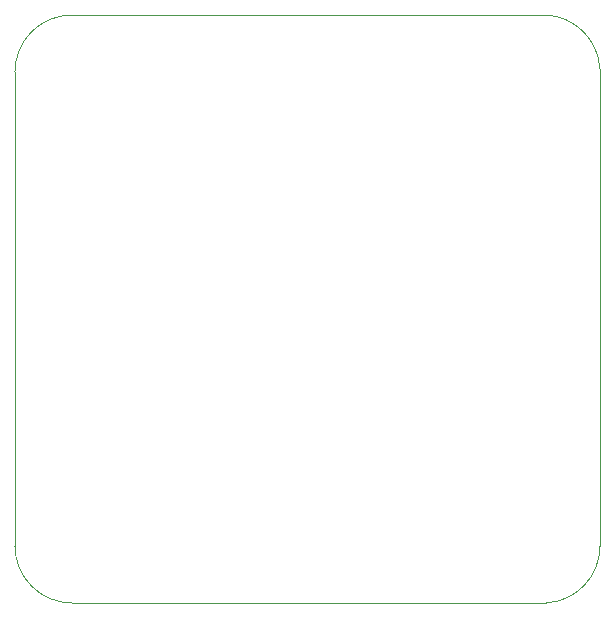
<source format=gbr>
%TF.GenerationSoftware,KiCad,Pcbnew,(5.1.6)-1*%
%TF.CreationDate,2020-07-28T23:07:54-07:00*%
%TF.ProjectId,Atmel,41746d65-6c2e-46b6-9963-61645f706362,rev?*%
%TF.SameCoordinates,Original*%
%TF.FileFunction,Profile,NP*%
%FSLAX46Y46*%
G04 Gerber Fmt 4.6, Leading zero omitted, Abs format (unit mm)*
G04 Created by KiCad (PCBNEW (5.1.6)-1) date 2020-07-28 23:07:54*
%MOMM*%
%LPD*%
G01*
G04 APERTURE LIST*
%TA.AperFunction,Profile*%
%ADD10C,0.050000*%
%TD*%
G04 APERTURE END LIST*
D10*
X25146000Y-72898000D02*
G75*
G02*
X29972000Y-68072000I4826000J0D01*
G01*
X29972000Y-117856000D02*
G75*
G02*
X25146000Y-113030000I0J4826000D01*
G01*
X74682679Y-113030001D02*
G75*
G02*
X70103999Y-117855999I-4832679J1D01*
G01*
X70104001Y-68072001D02*
G75*
G02*
X74675999Y-72644001I-254001J-4825999D01*
G01*
X70103999Y-117855999D02*
X29972000Y-117856000D01*
X74675999Y-72644001D02*
X74682679Y-113030001D01*
X25146000Y-113030000D02*
X25146000Y-72898000D01*
X29972000Y-68072000D02*
X70104001Y-68072001D01*
M02*

</source>
